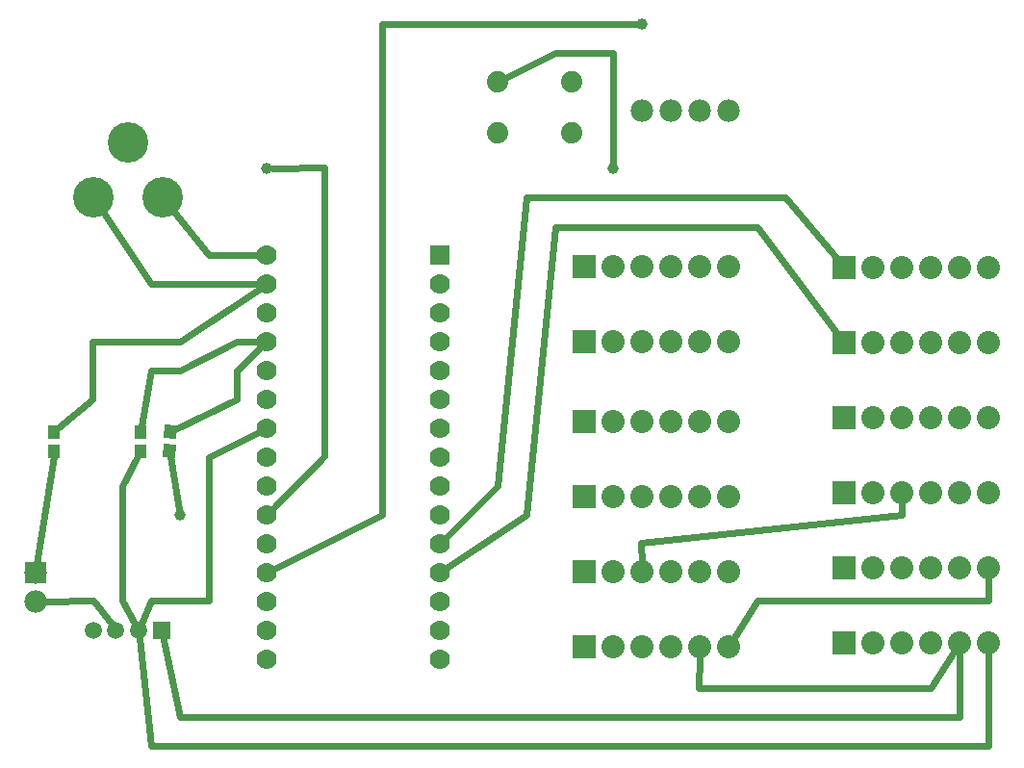
<source format=gbl>
G04 MADE WITH FRITZING*
G04 WWW.FRITZING.ORG*
G04 DOUBLE SIDED*
G04 HOLES PLATED*
G04 CONTOUR ON CENTER OF CONTOUR VECTOR*
%ASAXBY*%
%FSLAX23Y23*%
%MOIN*%
%OFA0B0*%
%SFA1.0B1.0*%
%ADD10C,0.078000*%
%ADD11C,0.080000*%
%ADD12C,0.039370*%
%ADD13C,0.059200*%
%ADD14C,0.070000*%
%ADD15C,0.074000*%
%ADD16C,0.140000*%
%ADD17R,0.078000X0.078000*%
%ADD18R,0.043307X0.047244*%
%ADD19R,0.080000X0.080000*%
%ADD20R,0.059200X0.059200*%
%ADD21R,0.069972X0.070000*%
%ADD22C,0.024000*%
%LNCOPPER0*%
G90*
G70*
G54D10*
X120Y787D03*
X120Y687D03*
G54D11*
X2020Y1052D03*
X2120Y1052D03*
X2220Y1052D03*
X2320Y1052D03*
X2420Y1052D03*
X2520Y1052D03*
X2020Y529D03*
X2120Y529D03*
X2220Y529D03*
X2320Y529D03*
X2420Y529D03*
X2520Y529D03*
X2020Y789D03*
X2120Y789D03*
X2220Y789D03*
X2320Y789D03*
X2420Y789D03*
X2520Y789D03*
X2020Y1312D03*
X2120Y1312D03*
X2220Y1312D03*
X2320Y1312D03*
X2420Y1312D03*
X2520Y1312D03*
X2920Y543D03*
X3020Y543D03*
X3120Y543D03*
X3220Y543D03*
X3320Y543D03*
X3420Y543D03*
X2020Y1587D03*
X2120Y1587D03*
X2220Y1587D03*
X2320Y1587D03*
X2420Y1587D03*
X2520Y1587D03*
X2020Y1847D03*
X2120Y1847D03*
X2220Y1847D03*
X2320Y1847D03*
X2420Y1847D03*
X2520Y1847D03*
X2920Y803D03*
X3020Y803D03*
X3120Y803D03*
X3220Y803D03*
X3320Y803D03*
X3420Y803D03*
X2920Y1323D03*
X3020Y1323D03*
X3120Y1323D03*
X3220Y1323D03*
X3320Y1323D03*
X3420Y1323D03*
X2920Y1063D03*
X3020Y1063D03*
X3120Y1063D03*
X3220Y1063D03*
X3320Y1063D03*
X3420Y1063D03*
X2920Y1585D03*
X3020Y1585D03*
X3120Y1585D03*
X3220Y1585D03*
X3320Y1585D03*
X3420Y1585D03*
X2920Y1845D03*
X3020Y1845D03*
X3120Y1845D03*
X3220Y1845D03*
X3320Y1845D03*
X3420Y1845D03*
G54D12*
X620Y987D03*
X920Y2187D03*
X2220Y2687D03*
G54D13*
X556Y587D03*
X320Y587D03*
X398Y587D03*
X477Y587D03*
G54D14*
X1520Y1887D03*
X1520Y1787D03*
X1520Y1687D03*
X1520Y1587D03*
X1520Y1487D03*
X1520Y1387D03*
X1520Y1287D03*
X1520Y1187D03*
X1520Y1087D03*
X1520Y987D03*
X1520Y887D03*
X1520Y787D03*
X1520Y687D03*
X1520Y587D03*
X1520Y487D03*
X920Y1887D03*
X920Y1787D03*
X920Y1687D03*
X920Y1587D03*
X920Y1487D03*
X920Y1387D03*
X920Y1287D03*
X920Y1187D03*
X920Y1087D03*
X920Y987D03*
X920Y887D03*
X920Y787D03*
X920Y687D03*
X920Y587D03*
X920Y487D03*
X1520Y1887D03*
X1520Y1787D03*
X1520Y1687D03*
X1520Y1587D03*
X1520Y1487D03*
X1520Y1387D03*
X1520Y1287D03*
X1520Y1187D03*
X1520Y1087D03*
X1520Y987D03*
X1520Y887D03*
X1520Y787D03*
X1520Y687D03*
X1520Y587D03*
X1520Y487D03*
X920Y1887D03*
X920Y1787D03*
X920Y1687D03*
X920Y1587D03*
X920Y1487D03*
X920Y1387D03*
X920Y1287D03*
X920Y1187D03*
X920Y1087D03*
X920Y987D03*
X920Y887D03*
X920Y787D03*
X920Y687D03*
X920Y587D03*
X920Y487D03*
G54D15*
X1720Y2487D03*
X1976Y2487D03*
X1720Y2309D03*
X1976Y2309D03*
G54D10*
X2520Y2387D03*
X2420Y2387D03*
X2320Y2387D03*
X2220Y2387D03*
G54D16*
X560Y2087D03*
X320Y2087D03*
X440Y2277D03*
X560Y2087D03*
X320Y2087D03*
X440Y2277D03*
G54D12*
X2120Y2187D03*
G54D17*
X120Y787D03*
G54D18*
X484Y1275D03*
X484Y1208D03*
X184Y1275D03*
X184Y1208D03*
G54D19*
X2020Y1052D03*
X2020Y529D03*
X2020Y789D03*
X2020Y1312D03*
X2920Y543D03*
X2020Y1587D03*
X2020Y1847D03*
X2920Y803D03*
X2920Y1323D03*
X2920Y1063D03*
X2920Y1585D03*
X2920Y1845D03*
G54D20*
X556Y587D03*
G54D21*
X1520Y1887D03*
X1520Y1887D03*
G54D22*
X2718Y2088D02*
X1819Y2088D01*
D02*
X1819Y2088D02*
X1721Y1086D01*
D02*
X1721Y1086D02*
X1540Y908D01*
D02*
X2900Y1869D02*
X2718Y2088D01*
D02*
X1819Y988D02*
X1544Y803D01*
D02*
X1921Y1985D02*
X1819Y988D01*
D02*
X2620Y1985D02*
X1921Y1985D01*
D02*
X2901Y1610D02*
X2620Y1985D01*
D02*
X124Y817D02*
X182Y1190D01*
D02*
X320Y689D02*
X150Y687D01*
D02*
X382Y609D02*
X320Y689D01*
D02*
X520Y689D02*
X488Y612D01*
D02*
X720Y1187D02*
X721Y689D01*
D02*
X894Y1274D02*
X720Y1187D01*
D02*
X721Y689D02*
X520Y689D01*
D02*
X617Y1006D02*
X586Y1190D01*
D02*
X818Y1387D02*
X602Y1283D01*
D02*
X818Y1487D02*
X818Y1387D01*
D02*
X899Y1567D02*
X818Y1487D01*
D02*
X520Y1786D02*
X354Y2036D01*
D02*
X891Y1787D02*
X520Y1786D01*
D02*
X721Y1887D02*
X891Y1887D01*
D02*
X598Y2040D02*
X721Y1887D01*
D02*
X620Y1588D02*
X318Y1588D01*
D02*
X318Y1588D02*
X318Y1387D01*
D02*
X318Y1387D02*
X200Y1289D01*
D02*
X895Y1771D02*
X620Y1588D01*
D02*
X419Y1088D02*
X474Y1190D01*
D02*
X419Y689D02*
X419Y1088D01*
D02*
X464Y611D02*
X419Y689D01*
D02*
X818Y1588D02*
X620Y1487D01*
D02*
X620Y1487D02*
X520Y1487D01*
D02*
X520Y1487D02*
X487Y1293D01*
D02*
X891Y1587D02*
X818Y1588D01*
D02*
X1120Y2189D02*
X1120Y1189D01*
D02*
X1120Y1189D02*
X940Y1008D01*
D02*
X939Y2187D02*
X1120Y2189D01*
D02*
X1319Y2687D02*
X1320Y987D01*
D02*
X1320Y987D02*
X946Y800D01*
D02*
X2201Y2687D02*
X1319Y2687D01*
D02*
X2120Y2587D02*
X1921Y2587D01*
D02*
X1921Y2587D02*
X1748Y2501D01*
D02*
X2120Y2206D02*
X2120Y2587D01*
D02*
X619Y286D02*
X3321Y286D01*
D02*
X3321Y286D02*
X3320Y512D01*
D02*
X563Y553D02*
X619Y286D01*
D02*
X3421Y186D02*
X3420Y512D01*
D02*
X519Y186D02*
X3421Y186D01*
D02*
X480Y560D02*
X519Y186D01*
D02*
X3221Y386D02*
X3303Y517D01*
D02*
X2418Y386D02*
X3221Y386D01*
D02*
X2419Y498D02*
X2418Y386D01*
D02*
X2536Y556D02*
X2621Y689D01*
D02*
X2621Y689D02*
X3421Y689D01*
D02*
X3421Y689D02*
X3420Y772D01*
D02*
X2218Y889D02*
X3121Y988D01*
D02*
X3121Y988D02*
X3120Y1032D01*
D02*
X2219Y820D02*
X2218Y889D01*
G36*
X565Y1300D02*
X608Y1298D01*
X606Y1251D01*
X563Y1253D01*
X565Y1300D01*
G37*
D02*
G36*
X562Y1233D02*
X606Y1231D01*
X604Y1184D01*
X561Y1186D01*
X562Y1233D01*
G37*
D02*
G04 End of Copper0*
M02*
</source>
